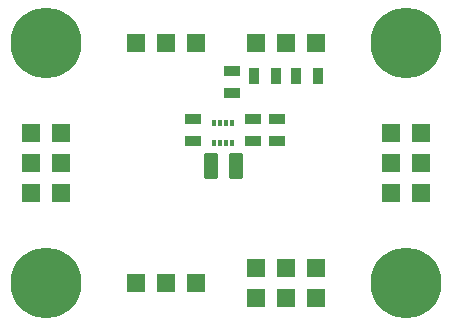
<source format=gbr>
%TF.GenerationSoftware,KiCad,Pcbnew,6.0.11+dfsg-1~bpo11+1*%
%TF.CreationDate,2023-04-13T09:32:41+00:00*%
%TF.ProjectId,STEPBUBODC01A,53544550-4255-4424-9f44-433031412e6b,rev?*%
%TF.SameCoordinates,Original*%
%TF.FileFunction,Soldermask,Bot*%
%TF.FilePolarity,Negative*%
%FSLAX46Y46*%
G04 Gerber Fmt 4.6, Leading zero omitted, Abs format (unit mm)*
G04 Created by KiCad (PCBNEW 6.0.11+dfsg-1~bpo11+1) date 2023-04-13 09:32:41*
%MOMM*%
%LPD*%
G01*
G04 APERTURE LIST*
G04 Aperture macros list*
%AMRoundRect*
0 Rectangle with rounded corners*
0 $1 Rounding radius*
0 $2 $3 $4 $5 $6 $7 $8 $9 X,Y pos of 4 corners*
0 Add a 4 corners polygon primitive as box body*
4,1,4,$2,$3,$4,$5,$6,$7,$8,$9,$2,$3,0*
0 Add four circle primitives for the rounded corners*
1,1,$1+$1,$2,$3*
1,1,$1+$1,$4,$5*
1,1,$1+$1,$6,$7*
1,1,$1+$1,$8,$9*
0 Add four rect primitives between the rounded corners*
20,1,$1+$1,$2,$3,$4,$5,0*
20,1,$1+$1,$4,$5,$6,$7,0*
20,1,$1+$1,$6,$7,$8,$9,0*
20,1,$1+$1,$8,$9,$2,$3,0*%
G04 Aperture macros list end*
%ADD10R,1.524000X1.524000*%
%ADD11C,6.000000*%
%ADD12R,0.889000X1.397000*%
%ADD13R,1.397000X0.889000*%
%ADD14R,0.300000X0.475000*%
%ADD15RoundRect,0.250000X-0.375000X-0.850000X0.375000X-0.850000X0.375000X0.850000X-0.375000X0.850000X0*%
G04 APERTURE END LIST*
D10*
%TO.C,J4*%
X149860000Y-76200000D03*
X147320000Y-76200000D03*
X144780000Y-76200000D03*
%TD*%
%TO.C,J2*%
X125730000Y-83820000D03*
X128270000Y-83820000D03*
X125730000Y-86360000D03*
X128270000Y-86360000D03*
X125730000Y-88900000D03*
X128270000Y-88900000D03*
%TD*%
D11*
%TO.C,H3*%
X127000000Y-96520000D03*
%TD*%
%TO.C,H4*%
X157480000Y-76200000D03*
%TD*%
D10*
%TO.C,J1*%
X139700000Y-76200000D03*
X137160000Y-76200000D03*
X134620000Y-76200000D03*
%TD*%
%TO.C,J3*%
X139700000Y-96520000D03*
X137160000Y-96520000D03*
X134620000Y-96520000D03*
%TD*%
D11*
%TO.C,H2*%
X157480000Y-96520000D03*
%TD*%
D10*
%TO.C,J5*%
X149860000Y-95250000D03*
X149860000Y-97790000D03*
X147320000Y-95250000D03*
X147320000Y-97790000D03*
X144780000Y-95250000D03*
X144780000Y-97790000D03*
%TD*%
D11*
%TO.C,H1*%
X127000000Y-76200000D03*
%TD*%
D10*
%TO.C,J6*%
X156210000Y-83820000D03*
X158750000Y-83820000D03*
X156210000Y-86360000D03*
X158750000Y-86360000D03*
X156210000Y-88900000D03*
X158750000Y-88900000D03*
%TD*%
D12*
%TO.C,R2*%
X146494500Y-78994000D03*
X144589500Y-78994000D03*
%TD*%
D13*
%TO.C,C3*%
X146558000Y-84518500D03*
X146558000Y-82613500D03*
%TD*%
%TO.C,C2*%
X144526000Y-84518500D03*
X144526000Y-82613500D03*
%TD*%
D14*
%TO.C,U1*%
X142736000Y-84658000D03*
X142236000Y-84658000D03*
X141736000Y-84658000D03*
X141236000Y-84658000D03*
X141236000Y-82982000D03*
X141736000Y-82982000D03*
X142236000Y-82982000D03*
X142736000Y-82982000D03*
%TD*%
D12*
%TO.C,R3*%
X148145500Y-78994000D03*
X150050500Y-78994000D03*
%TD*%
D13*
%TO.C,C1*%
X139446000Y-84518500D03*
X139446000Y-82613500D03*
%TD*%
%TO.C,R1*%
X142748000Y-80454500D03*
X142748000Y-78549500D03*
%TD*%
D15*
%TO.C,L1*%
X140911000Y-86614000D03*
X143061000Y-86614000D03*
%TD*%
M02*

</source>
